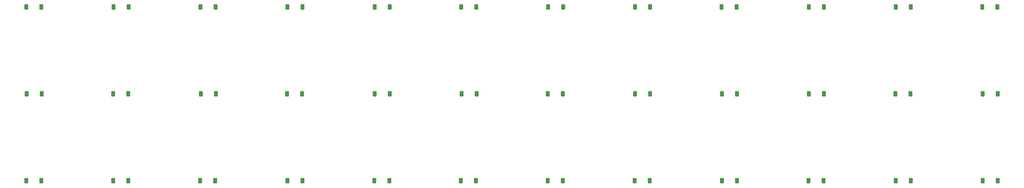
<source format=gbr>
%TF.GenerationSoftware,KiCad,Pcbnew,7.0.7*%
%TF.CreationDate,2023-09-15T12:25:31+10:00*%
%TF.ProjectId,fuckit,6675636b-6974-42e6-9b69-6361645f7063,rev?*%
%TF.SameCoordinates,Original*%
%TF.FileFunction,Paste,Bot*%
%TF.FilePolarity,Positive*%
%FSLAX46Y46*%
G04 Gerber Fmt 4.6, Leading zero omitted, Abs format (unit mm)*
G04 Created by KiCad (PCBNEW 7.0.7) date 2023-09-15 12:25:31*
%MOMM*%
%LPD*%
G01*
G04 APERTURE LIST*
G04 Aperture macros list*
%AMRoundRect*
0 Rectangle with rounded corners*
0 $1 Rounding radius*
0 $2 $3 $4 $5 $6 $7 $8 $9 X,Y pos of 4 corners*
0 Add a 4 corners polygon primitive as box body*
4,1,4,$2,$3,$4,$5,$6,$7,$8,$9,$2,$3,0*
0 Add four circle primitives for the rounded corners*
1,1,$1+$1,$2,$3*
1,1,$1+$1,$4,$5*
1,1,$1+$1,$6,$7*
1,1,$1+$1,$8,$9*
0 Add four rect primitives between the rounded corners*
20,1,$1+$1,$2,$3,$4,$5,0*
20,1,$1+$1,$4,$5,$6,$7,0*
20,1,$1+$1,$6,$7,$8,$9,0*
20,1,$1+$1,$8,$9,$2,$3,0*%
G04 Aperture macros list end*
%ADD10RoundRect,0.225000X0.225000X0.375000X-0.225000X0.375000X-0.225000X-0.375000X0.225000X-0.375000X0*%
G04 APERTURE END LIST*
D10*
%TO.C,D27*%
X66539226Y-68560329D03*
X63239226Y-68560329D03*
%TD*%
%TO.C,D15*%
X66638445Y-49510281D03*
X63338445Y-49510281D03*
%TD*%
%TO.C,D12*%
X237927162Y-30460233D03*
X234627162Y-30460233D03*
%TD*%
%TO.C,D28*%
X85625997Y-68560329D03*
X82325997Y-68560329D03*
%TD*%
%TO.C,D19*%
X142739418Y-49510281D03*
X139439418Y-49510281D03*
%TD*%
%TO.C,D29*%
X104676045Y-68560329D03*
X101376045Y-68560329D03*
%TD*%
%TO.C,D13*%
X28501626Y-49510281D03*
X25201626Y-49510281D03*
%TD*%
%TO.C,D4*%
X85625997Y-30460233D03*
X82325997Y-30460233D03*
%TD*%
%TO.C,D17*%
X104738541Y-49510281D03*
X101438541Y-49510281D03*
%TD*%
%TO.C,D21*%
X180876237Y-49510281D03*
X177576237Y-49510281D03*
%TD*%
%TO.C,D8*%
X161826189Y-30460233D03*
X158526189Y-30460233D03*
%TD*%
%TO.C,D31*%
X142702695Y-68560329D03*
X139402695Y-68560329D03*
%TD*%
%TO.C,D6*%
X123726093Y-30460233D03*
X120426093Y-30460233D03*
%TD*%
%TO.C,D33*%
X180876237Y-68560329D03*
X177576237Y-68560329D03*
%TD*%
%TO.C,D11*%
X218976333Y-30460233D03*
X215676333Y-30460233D03*
%TD*%
%TO.C,D10*%
X199926285Y-30460233D03*
X196626285Y-30460233D03*
%TD*%
%TO.C,D1*%
X28439130Y-30460233D03*
X25139130Y-30460233D03*
%TD*%
%TO.C,D3*%
X66575949Y-30460233D03*
X63275949Y-30460233D03*
%TD*%
%TO.C,D35*%
X218976333Y-68560329D03*
X215676333Y-68560329D03*
%TD*%
%TO.C,D7*%
X142776141Y-30460233D03*
X139476141Y-30460233D03*
%TD*%
%TO.C,D25*%
X28439130Y-68560329D03*
X25139130Y-68560329D03*
%TD*%
%TO.C,D20*%
X161826189Y-49510281D03*
X158526189Y-49510281D03*
%TD*%
%TO.C,D30*%
X123689370Y-68560329D03*
X120389370Y-68560329D03*
%TD*%
%TO.C,D9*%
X180839514Y-30460233D03*
X177539514Y-30460233D03*
%TD*%
%TO.C,D16*%
X85589274Y-49510281D03*
X82289274Y-49510281D03*
%TD*%
%TO.C,D18*%
X123788589Y-49510281D03*
X120488589Y-49510281D03*
%TD*%
%TO.C,D5*%
X104738541Y-30460233D03*
X101438541Y-30460233D03*
%TD*%
%TO.C,D14*%
X47489178Y-49510281D03*
X44189178Y-49510281D03*
%TD*%
%TO.C,D24*%
X238026381Y-49510281D03*
X234726381Y-49510281D03*
%TD*%
%TO.C,D2*%
X47551674Y-30460233D03*
X44251674Y-30460233D03*
%TD*%
%TO.C,D36*%
X238026381Y-68560329D03*
X234726381Y-68560329D03*
%TD*%
%TO.C,D22*%
X199926285Y-49510281D03*
X196626285Y-49510281D03*
%TD*%
%TO.C,D32*%
X161789466Y-68560329D03*
X158489466Y-68560329D03*
%TD*%
%TO.C,D26*%
X47489178Y-68560329D03*
X44189178Y-68560329D03*
%TD*%
%TO.C,D34*%
X199889562Y-68560329D03*
X196589562Y-68560329D03*
%TD*%
%TO.C,D23*%
X218939610Y-49510281D03*
X215639610Y-49510281D03*
%TD*%
M02*

</source>
